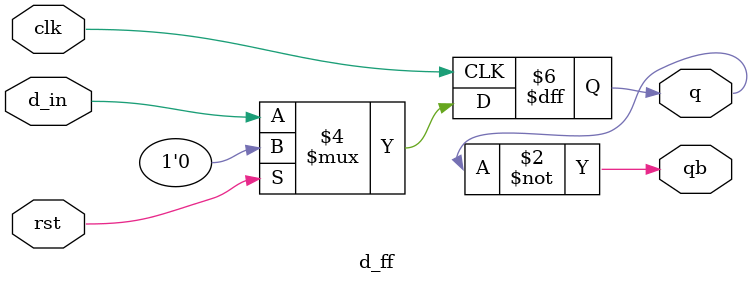
<source format=v>
module d_ff(clk,rst,d_in,q,qb);

input clk,rst,d_in;

output reg q;
output wire qb;

always@(posedge clk)
begin

if(rst)

q<= 1'b0;

else 

q<=d_in;


end
assign qb =~q;

endmodule

</source>
